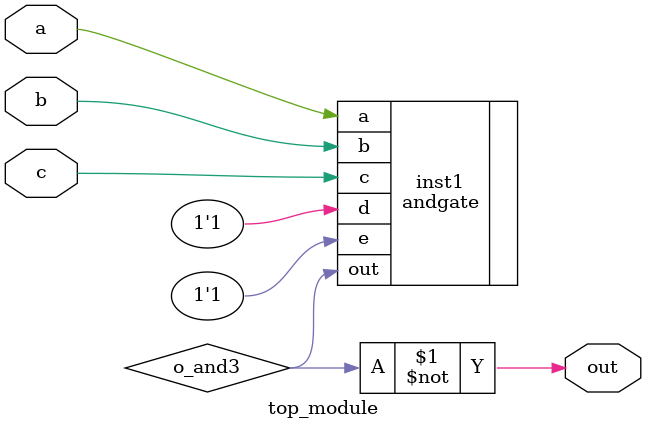
<source format=v>
module top_module (input a, input b, input c, output out);//
	wire o_and3;
    andgate inst1 (.a(a),.b(b),.c(c),.d(1'b1),.e(1'b1),.out(o_and3));
    assign out = ~o_and3;

endmodule

</source>
